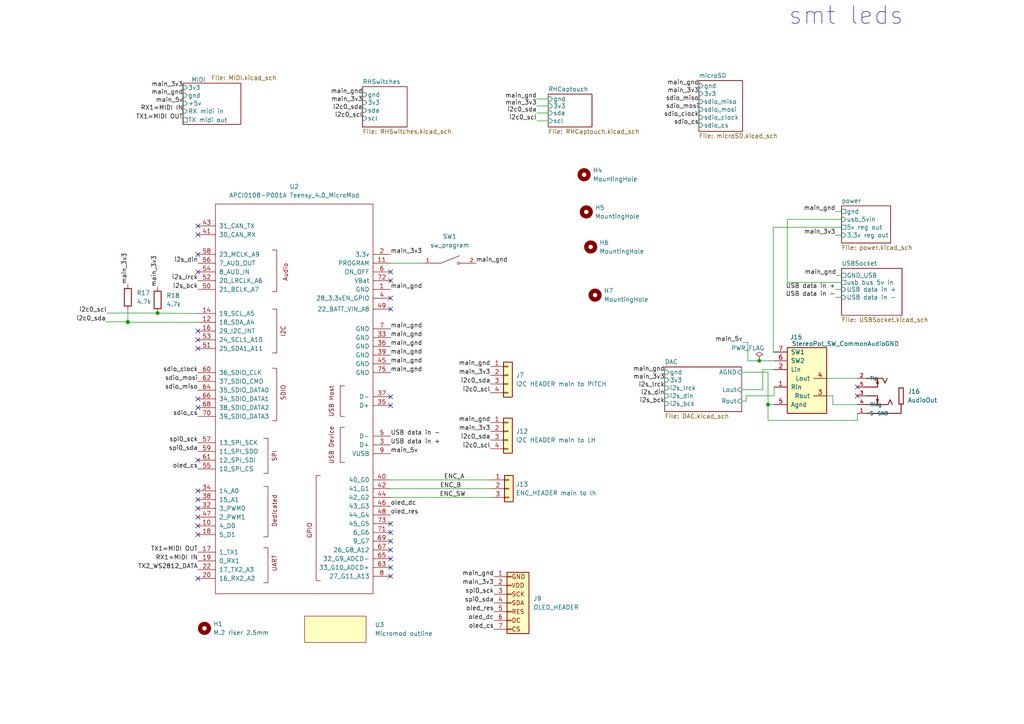
<source format=kicad_sch>
(kicad_sch (version 20211123) (generator eeschema)
  (paper "A4")
  (lib_symbols
    (symbol "Connector_Generic:Conn_01x01" (pin_names (offset 1.016) hide)
      (property "Reference" "J" (at 0 2.54 0))
      (property "Value" "Conn_01x01" (at 0 -2.54 0))
      (symbol "Conn_01x01_1_1"
        (rectangle (start -1.27 0.127) (end 0 -0.127) (stroke (width 0.1524)))
        (rectangle (start -1.27 1.27) (end 1.27 -1.27) (stroke (width 0.254)) (fill (type background)))
        (pin passive line (at -5.08 0 0) (length 3.81) (name "Pin_1") (number "1"))
      )
    )
    (symbol "Connector_Generic:Conn_01x03" (pin_names (offset 1.016) hide)
      (property "Reference" "J" (at 0 5.08 0))
      (property "Value" "Conn_01x03" (at 0 -5.08 0))
      (symbol "Conn_01x03_1_1"
        (rectangle (start -1.27 -2.413) (end 0 -2.667) (stroke (width 0.1524)))
        (rectangle (start -1.27 0.127) (end 0 -0.127) (stroke (width 0.1524)))
        (rectangle (start -1.27 2.667) (end 0 2.413) (stroke (width 0.1524)))
        (rectangle (start -1.27 3.81) (end 1.27 -3.81) (stroke (width 0.254)) (fill (type background)))
        (pin passive line (at -5.08 2.54 0) (length 3.81) (name "Pin_1") (number "1"))
        (pin passive line (at -5.08 0 0) (length 3.81) (name "Pin_2") (number "2"))
        (pin passive line (at -5.08 -2.54 0) (length 3.81) (name "Pin_3") (number "3"))
      )
    )
    (symbol "Connector_Generic:Conn_01x04" (pin_names (offset 1.016) hide)
      (property "Reference" "J" (at 0 5.08 0))
      (property "Value" "Conn_01x04" (at 0 -7.62 0))
      (symbol "Conn_01x04_1_1"
        (rectangle (start -1.27 -4.953) (end 0 -5.207) (stroke (width 0.1524)))
        (rectangle (start -1.27 -2.413) (end 0 -2.667) (stroke (width 0.1524)))
        (rectangle (start -1.27 0.127) (end 0 -0.127) (stroke (width 0.1524)))
        (rectangle (start -1.27 2.667) (end 0 2.413) (stroke (width 0.1524)))
        (rectangle (start -1.27 3.81) (end 1.27 -6.35) (stroke (width 0.254)) (fill (type background)))
        (pin passive line (at -5.08 2.54 0) (length 3.81) (name "Pin_1") (number "1"))
        (pin passive line (at -5.08 0 0) (length 3.81) (name "Pin_2") (number "2"))
        (pin passive line (at -5.08 -2.54 0) (length 3.81) (name "Pin_3") (number "3"))
        (pin passive line (at -5.08 -5.08 0) (length 3.81) (name "Pin_4") (number "4"))
      )
    )
    (symbol "Device:R" (pin_numbers hide) (pin_names (offset 0))
      (property "Reference" "R" (at 2.032 0 90))
      (property "Value" "R" (at 0 0 90))
      (symbol "R_0_1"
        (rectangle (start -1.016 -2.54) (end 1.016 2.54) (stroke (width 0.254)))
      )
      (symbol "R_1_1"
        (pin passive line (at 0 3.81 270) (length 1.27) (name "~") (number "1"))
        (pin passive line (at 0 -3.81 90) (length 1.27) (name "~") (number "2"))
      )
    )
    (symbol "LED:WS2812B" (pin_names (offset 0.254))
      (property "Reference" "D" (at 5.08 5.715 0))
      (property "Value" "WS2812B" (at 1.27 -5.715 0))
      (symbol "WS2812B_0_0"
        (text "RGB" (at 2.286 -4.191 0) (effects (font (size 0.762 0.762))))
      )
      (symbol "WS2812B_0_1"
        (polyline (pts (xy 1.27 -3.556) (xy 1.778 -3.556)))
        (polyline (pts (xy 1.27 -2.54) (xy 1.778 -2.54)))
        (polyline (pts (xy 4.699 -3.556) (xy 2.667 -3.556)))
        (polyline (pts (xy 2.286 -2.54) (xy 1.27 -3.556) (xy 1.27 -3.048)))
        (polyline (pts (xy 2.286 -1.524) (xy 1.27 -2.54) (xy 1.27 -2.032)))
        (polyline (pts (xy 3.683 -1.016) (xy 3.683 -3.556) (xy 3.683 -4.064)))
        (polyline (pts (xy 4.699 -1.524) (xy 2.667 -1.524) (xy 3.683 -3.556) (xy 4.699 -1.524)))
        (rectangle (start 5.08 5.08) (end -5.08 -5.08) (stroke (width 0.254)) (fill (type background)))
      )
      (symbol "WS2812B_1_1"
        (pin power_in line (at 0 7.62 270) (length 2.54) (name "VDD") (number "1"))
        (pin output line (at 7.62 0 180) (length 2.54) (name "DOUT") (number "2"))
        (pin power_in line (at 0 -7.62 90) (length 2.54) (name "VSS") (number "3"))
        (pin input line (at -7.62 0 0) (length 2.54) (name "DIN") (number "4"))
      )
    )
    (symbol "Mechanical:MountingHole" (pin_names (offset 1.016))
      (property "Reference" "H" (at 0 5.08 0))
      (property "Value" "MountingHole" (at 0 3.175 0))
      (symbol "MountingHole_0_1"
        (circle (center 0 0) (radius 1.27) (stroke (width 1.27)))
      )
    )
    (symbol "clarinoid2:Placeholder" (in_bom no)
      (property "Reference" "U" (at 0 0 0))
      (property "Value" "Placeholder" (at 0 -1.27 0))
      (symbol "Placeholder_0_1"
        (rectangle (start -8.89 2.54) (end 8.89 -5.08) (fill (type background)))
      )
    )
    (symbol "clarinoid2:SSD1306" (pin_names (offset 1.016) hide)
      (property "Reference" "J" (at 0 10.16 0))
      (property "Value" "SSD1306" (at 0 -10.16 0))
      (symbol "SSD1306_0_0"
        (text "CS" (at 0 -7.62 0) (effects (font (size 1.27 1.27)) (justify left)))
        (text "DC" (at 0 -5.08 0) (effects (font (size 1.27 1.27)) (justify left)))
        (text "GND" (at 0 7.62 0) (effects (font (size 1.27 1.27)) (justify left)))
        (text "RES" (at 0 -2.54 0) (effects (font (size 1.27 1.27)) (justify left)))
        (text "SCK" (at 0 2.54 0) (effects (font (size 1.27 1.27)) (justify left)))
        (text "SDA" (at 0 0 0) (effects (font (size 1.27 1.27)) (justify left)))
        (text "VDD" (at 0 5.08 0) (effects (font (size 1.27 1.27)) (justify left)))
      )
      (symbol "SSD1306_1_1"
        (rectangle (start -1.27 -7.493) (end 0 -7.747) (stroke (width 0.1524)))
        (rectangle (start -1.27 -4.953) (end 0 -5.207) (stroke (width 0.1524)))
        (rectangle (start -1.27 -2.413) (end 0 -2.667) (stroke (width 0.1524)))
        (rectangle (start -1.27 0.127) (end 0 -0.127) (stroke (width 0.1524)))
        (rectangle (start -1.27 2.667) (end 0 2.413) (stroke (width 0.1524)))
        (rectangle (start -1.27 5.207) (end 0 4.953) (stroke (width 0.1524)))
        (rectangle (start -1.27 7.747) (end 0 7.493) (stroke (width 0.1524)))
        (rectangle (start -1.27 8.89) (end 5.08 -8.89) (stroke (width 0.254)) (fill (type background)))
        (pin passive line (at -5.08 7.62 0) (length 3.81) (name "GND") (number "1"))
        (pin passive line (at -5.08 5.08 0) (length 3.81) (name "VDD") (number "2"))
        (pin passive line (at -5.08 2.54 0) (length 3.81) (name "SCK") (number "3"))
        (pin passive line (at -5.08 0 0) (length 3.81) (name "SDA") (number "4"))
        (pin passive line (at -5.08 -2.54 0) (length 3.81) (name "RES") (number "5"))
        (pin passive line (at -5.08 -5.08 0) (length 3.81) (name "DC") (number "6"))
        (pin passive line (at -5.08 -7.62 0) (length 3.81) (name "CS") (number "7"))
      )
    )
    (symbol "clarinoid2:StereoPot_SW_CommonAudioGND" (pin_names (offset 1.016))
      (property "Reference" "J" (at 0 10.16 0))
      (property "Value" "StereoPot_SW_CommonAudioGND" (at 2.54 -11.43 0))
      (symbol "StereoPot_SW_CommonAudioGND_1_1"
        (rectangle (start -1.27 8.89) (end 10.16 -10.16) (stroke (width 0.254)) (fill (type background)))
        (pin passive line (at -5.08 -2.54 0) (length 3.81) (name "Rin") (number "1"))
        (pin input line (at -5.08 2.54 0) (length 3.81) (name "Lin") (number "2"))
        (pin input line (at 10.16 -5.08 180) (length 3.81) (name "Rout") (number "3"))
        (pin output line (at 10.16 0 180) (length 3.81) (name "Lout") (number "4"))
        (pin output line (at -5.08 -7.62 0) (length 3.81) (name "Agnd") (number "5"))
        (pin passive line (at -5.08 5.08 0) (length 3.81) (name "SW2") (number "6"))
        (pin passive line (at -5.08 7.62 0) (length 3.81) (name "SW1") (number "7"))
      )
    )
    (symbol "clarinoid2:Switchcraft 35RAPC4BV4" (pin_names (offset 1.016))
      (property "Reference" "J" (at -5.08 7.62 0))
      (property "Value" "Switchcraft 35RAPC4BV4" (at -5.08 -7.62 0))
      (symbol "Switchcraft 35RAPC4BV4_0_0"
        (polyline (pts (xy -5.715 -2.286) (xy -5.715 2.413)) (stroke (width 0.254)))
        (polyline (pts (xy -5.715 2.413) (xy -5.08 2.413)) (stroke (width 0.254)))
        (polyline (pts (xy -5.08 2.413) (xy -4.445 2.413)) (stroke (width 0.254)))
        (polyline (pts (xy -5.08 5.08) (xy -5.08 2.413)) (stroke (width 0.254)))
        (polyline (pts (xy -4.445 -2.286) (xy -5.715 -2.286)) (stroke (width 0.254)))
        (polyline (pts (xy -4.445 2.413) (xy -4.445 -2.286)) (stroke (width 0.254)))
        (polyline (pts (xy -1.905 1.143) (xy -2.54 2.54)) (stroke (width 0.254)))
        (polyline (pts (xy -1.27 2.54) (xy -1.905 1.143)) (stroke (width 0.254)))
        (polyline (pts (xy -0.381 -3.683) (xy -1.016 -5.08)) (stroke (width 0.254)))
        (polyline (pts (xy 0.254 -5.08) (xy -0.381 -3.683)) (stroke (width 0.254)))
        (polyline (pts (xy 1.778 -2.54) (xy 1.778 -4.318)) (stroke (width 0.254)))
        (polyline (pts (xy 1.778 -2.54) (xy 5.08 -2.54)) (stroke (width 0.254)))
        (polyline (pts (xy 1.778 0) (xy 1.778 1.778)) (stroke (width 0.254)))
        (polyline (pts (xy 1.778 0) (xy 5.08 0)) (stroke (width 0.254)))
        (polyline (pts (xy 5.08 -5.08) (xy 0.254 -5.08)) (stroke (width 0.254)))
        (polyline (pts (xy 5.08 2.54) (xy -1.27 2.54)) (stroke (width 0.254)))
        (polyline (pts (xy 5.08 5.08) (xy -5.08 5.08)) (stroke (width 0.254)))
        (polyline (pts (xy 1.778 -4.826) (xy 1.524 -3.556) (xy 2.032 -3.556) (xy 1.778 -4.826)) (stroke (width 0.254)) (fill (type background)))
        (polyline (pts (xy 1.778 2.286) (xy 1.524 1.016) (xy 2.032 1.016) (xy 1.778 2.286)) (stroke (width 0.254)) (fill (type background)))
        (pin passive line (at 7.62 5.08 180) (length 2.54) (name "S-GND") (number "1"))
        (pin passive line (at 7.62 -5.08 180) (length 2.54) (name "Tip") (number "2"))
        (pin passive line (at 7.62 0 180) (length 2.54) (name "~") (number "3"))
        (pin passive line (at 7.62 2.54 180) (length 2.54) (name "Ring") (number "4"))
        (pin passive line (at 7.62 -2.54 180) (length 2.54) (name "~") (number "5"))
      )
    )
    (symbol "clarinoid2:Teensy_4.0_MicroMod" (pin_names (offset 1.016))
      (property "Reference" "U" (at 10.795 33.02 0))
      (property "Value" "Teensy_4.0_MicroMod" (at 11.43 29.21 0))
      (symbol "Teensy_4.0_MicroMod_0_0"
        (rectangle (start -22.86 37.465) (end 22.86 -75.565))
        (polyline (pts (xy -8.89 -62.23) (xy -7.62 -62.23) (xy -7.62 -72.39) (xy -8.89 -72.39)))
        (polyline (pts (xy -8.89 -44.45) (xy -7.62 -44.45) (xy -7.62 -59.055) (xy -8.89 -59.055)))
        (polyline (pts (xy -8.89 -30.48) (xy -7.62 -30.48) (xy -7.62 -40.64) (xy -8.89 -40.64)))
        (polyline (pts (xy -6.35 -10.16) (xy -5.08 -10.16) (xy -5.08 -25.4) (xy -6.35 -25.4)))
        (polyline (pts (xy -6.35 6.985) (xy -5.08 6.985) (xy -5.08 -5.715) (xy -6.35 -5.715)))
        (polyline (pts (xy -6.35 12.065) (xy -5.08 12.065) (xy -5.08 24.13) (xy -6.35 24.13)))
        (polyline (pts (xy 7.62 -41.275) (xy 6.35 -41.275) (xy 6.35 -71.755) (xy 7.62 -71.755)))
        (text "Audio" (at -2.54 17.78 900) (effects (font (size 1.27 1.27))))
        (text "Dedicated" (at -5.715 -51.435 900) (effects (font (size 1.27 1.27))))
        (text "GPIO" (at 4.445 -57.15 900) (effects (font (size 1.27 1.27))))
        (text "I2C" (at -3.175 0.635 900) (effects (font (size 1.27 1.27))))
        (text "SDIO" (at -3.175 -17.145 900) (effects (font (size 1.27 1.27))))
        (text "SPI" (at -5.715 -35.56 900) (effects (font (size 1.27 1.27))))
        (text "UART" (at -5.715 -66.675 900) (effects (font (size 1.27 1.27))))
        (text "USB Device" (at 10.795 -32.385 900) (effects (font (size 1.27 1.27))))
        (text "USB Host" (at 10.795 -19.685 900) (effects (font (size 1.27 1.27))))
        (pin input line (at 27.94 20.32 180) (length 5.08) (name "PROGRAM") (number "11"))
        (pin bidirectional line (at 27.94 -32.385 180) (length 5.08) (name "D+") (number "3"))
        (pin power_in line (at 27.94 -1.27 180) (length 5.08) (name "GND") (number "33"))
        (pin bidirectional line (at 27.94 -20.955 180) (length 5.08) (name "D+") (number "35"))
        (pin power_in line (at 27.94 -3.81 180) (length 5.08) (name "GND") (number "36"))
        (pin bidirectional line (at 27.94 -18.415 180) (length 5.08) (name "D-") (number "37"))
        (pin power_in line (at 27.94 -6.35 180) (length 5.08) (name "GND") (number "39"))
        (pin power_in line (at 27.94 -8.89 180) (length 5.08) (name "GND") (number "45"))
        (pin bidirectional line (at 27.94 -29.845 180) (length 5.08) (name "D-") (number "5"))
        (pin input line (at 27.94 17.78 180) (length 5.08) (name "ON_OFF") (number "6"))
        (pin power_in line (at 27.94 1.27 180) (length 5.08) (name "GND") (number "7"))
        (pin input line (at 27.94 15.24 180) (length 5.08) (name "VBat") (number "72"))
        (pin power_in line (at 27.94 -11.43 180) (length 5.08) (name "GND") (number "75"))
        (pin power_in line (at 27.94 -34.925 180) (length 5.08) (name "VUSB") (number "9"))
      )
      (symbol "Teensy_4.0_MicroMod_0_1"
        (polyline (pts (xy 14.605 -27.305) (xy 13.335 -27.305) (xy 13.335 -37.465) (xy 14.605 -37.465)))
        (polyline (pts (xy 14.605 -15.24) (xy 13.335 -15.24) (xy 13.335 -24.13) (xy 14.605 -24.13)))
      )
      (symbol "Teensy_4.0_MicroMod_1_1"
        (pin input line (at 27.94 12.7 180) (length 5.08) (name "GND") (number "1"))
        (pin input line (at -27.94 -55.88 0) (length 5.08) (name "4_D0") (number "10"))
        (pin input line (at -27.94 3.175 0) (length 5.08) (name "18_SDA_A4") (number "12"))
        (pin input line (at -27.94 5.715 0) (length 5.08) (name "19_SCL_A5") (number "14"))
        (pin input line (at -27.94 0.635 0) (length 5.08) (name "29_I2C_INT") (number "16"))
        (pin output line (at -27.94 -63.5 0) (length 5.08) (name "1_TX1") (number "17"))
        (pin input line (at -27.94 -58.42 0) (length 5.08) (name "5_D1") (number "18"))
        (pin input line (at -27.94 -66.04 0) (length 5.08) (name "0_RX1") (number "19"))
        (pin input line (at 27.94 22.86 180) (length 5.08) (name "3.3v") (number "2"))
        (pin input line (at -27.94 -71.12 0) (length 5.08) (name "16_RX2_A2") (number "20"))
        (pin output line (at -27.94 -68.58 0) (length 5.08) (name "17_TX2_A3") (number "22"))
        (pin input line (at -27.94 -50.8 0) (length 5.08) (name "3_PWM0") (number "32"))
        (pin input line (at -27.94 -45.72 0) (length 5.08) (name "14_A0") (number "34"))
        (pin input line (at -27.94 -48.26 0) (length 5.08) (name "15_A1") (number "38"))
        (pin input line (at 27.94 10.16 180) (length 5.08) (name "28_3.3vEN_GPIO") (number "4"))
        (pin input line (at 27.94 -42.545 180) (length 5.08) (name "40_G0") (number "40"))
        (pin input line (at -27.94 28.575 0) (length 5.08) (name "30_CAN_RX") (number "41"))
        (pin input line (at 27.94 -45.085 180) (length 5.08) (name "41_G1") (number "42"))
        (pin input line (at -27.94 31.115 0) (length 5.08) (name "31_CAN_TX") (number "43"))
        (pin input line (at 27.94 -47.625 180) (length 5.08) (name "42_G2") (number "44"))
        (pin input line (at 27.94 -50.165 180) (length 5.08) (name "43_G3") (number "46"))
        (pin input line (at -27.94 -53.34 0) (length 5.08) (name "2_PWM1") (number "47"))
        (pin input line (at 27.94 -52.705 180) (length 5.08) (name "44_G4") (number "48"))
        (pin input line (at 27.94 6.985 180) (length 5.08) (name "22_BATT_VIN_A8") (number "49"))
        (pin input line (at -27.94 12.7 0) (length 5.08) (name "21_BCLK_A7") (number "50"))
        (pin input line (at -27.94 -4.445 0) (length 5.08) (name "25_SDA1_A11") (number "51"))
        (pin input line (at -27.94 15.24 0) (length 5.08) (name "20_LRCLK_A6") (number "52"))
        (pin input line (at -27.94 -1.905 0) (length 5.08) (name "24_SCL1_A10") (number "53"))
        (pin input line (at -27.94 17.78 0) (length 5.08) (name "8_AUD_IN") (number "54"))
        (pin input line (at -27.94 -39.37 0) (length 5.08) (name "10_SPI_CS") (number "55"))
        (pin input line (at -27.94 20.32 0) (length 5.08) (name "7_AUD_OUT") (number "56"))
        (pin input line (at -27.94 -31.75 0) (length 5.08) (name "13_SPI_SCK") (number "57"))
        (pin input line (at -27.94 22.86 0) (length 5.08) (name "23_MCLK_A9") (number "58"))
        (pin input line (at -27.94 -34.29 0) (length 5.08) (name "11_SPI_SDO") (number "59"))
        (pin input line (at -27.94 -11.43 0) (length 5.08) (name "36_SDIO_CLK") (number "60"))
        (pin input line (at -27.94 -36.83 0) (length 5.08) (name "12_SPI_SDI") (number "61"))
        (pin input line (at -27.94 -13.97 0) (length 5.08) (name "37_SDIO_CMD") (number "62"))
        (pin input line (at 27.94 -67.945 180) (length 5.08) (name "33_G10_ADCD+") (number "63"))
        (pin input line (at -27.94 -16.51 0) (length 5.08) (name "35_SDIO_DATA0") (number "64"))
        (pin input line (at 27.94 -65.405 180) (length 5.08) (name "32_G9_ADCD-") (number "65"))
        (pin input line (at -27.94 -19.05 0) (length 5.08) (name "34_SDIO_DATA1") (number "66"))
        (pin input line (at 27.94 -62.865 180) (length 5.08) (name "26_G8_A12") (number "67"))
        (pin input line (at -27.94 -21.59 0) (length 5.08) (name "38_SDIO_DATA2") (number "68"))
        (pin input line (at 27.94 -60.325 180) (length 5.08) (name "9_G7") (number "69"))
        (pin input line (at -27.94 -24.13 0) (length 5.08) (name "39_SDIO_DATA3") (number "70"))
        (pin input line (at 27.94 -57.785 180) (length 5.08) (name "6_G6") (number "71"))
        (pin input line (at 27.94 -55.245 180) (length 5.08) (name "45_G5") (number "73"))
        (pin input line (at 27.94 -70.485 180) (length 5.08) (name "27_G11_A13") (number "8"))
      )
    )
    (symbol "clarinoid2:XKB tactile switch jlcpcb TS-1187A-B-A-B" (pin_names (offset 1.016) hide)
      (property "Reference" "S" (at -2.54 2.54 0))
      (property "Value" "XKB tactile switch jlcpcb TS-1187A-B-A-B" (at -2.54 -2.54 0))
      (symbol "XKB tactile switch jlcpcb TS-1187A-B-A-B_0_0"
        (polyline (pts (xy -2.54 0) (xy -5.08 0)) (stroke (width 0.1524)))
        (polyline (pts (xy -2.54 0) (xy 2.794 2.1336)) (stroke (width 0.1524)))
        (polyline (pts (xy 5.08 0) (xy 2.921 0)) (stroke (width 0.1524)))
        (circle (center 2.54 0) (radius 0.3302) (stroke (width 0.1524)))
        (pin passive line (at -7.62 0 0) (length 2.54) (name "~") (number "1"))
        (pin passive line (at 7.62 0 180) (length 2.54) (name "~") (number "2"))
      )
    )
    (symbol "power:PWR_FLAG" (power) (pin_numbers hide) (pin_names (offset 0) hide)
      (property "Value" "PWR_FLAG" (at 0 3.81 0))
      (symbol "PWR_FLAG_0_0"
        (pin power_out line (at 0 0 90) (length 0) (name "pwr") (number "1"))
      )
      (symbol "PWR_FLAG_0_1"
        (polyline (pts (xy 0 0) (xy 0 1.27) (xy -1.016 1.905) (xy 0 2.54) (xy 1.016 1.905) (xy 0 1.27)))
      )
    )
  )
  (junction (at 45.72 90.805))
  (junction (at 69.596 239.014))
  (junction (at 220.218 104.648))
  (junction (at 181.61 228.6))
  (junction (at 84.836 239.014))
  (junction (at 222.758 117.348))
  (junction (at 151.13 228.6))
  (junction (at 181.61 243.84))
  (junction (at 69.596 223.774))
  (junction (at 166.37 228.6))
  (junction (at 84.836 223.774))
  (junction (at 37.084 93.472))
  (junction (at 151.13 243.84))
  (junction (at 100.076 239.014))
  (junction (at 166.37 243.84))
  (junction (at 37.084 93.345))
  (junction (at 100.076 223.774))
  (no_connect (at 57.404 167.767))
  (no_connect (at 113.284 86.487))
  (no_connect (at 113.284 117.602))
  (no_connect (at 57.404 96.012))
  (no_connect (at 248.666 114.808))
  (no_connect (at 248.666 112.268))
  (no_connect (at 113.284 81.407))
  (no_connect (at 113.284 115.062))
  (no_connect (at 57.404 73.787))
  (no_connect (at 57.404 118.237))
  (no_connect (at 57.404 68.072))
  (no_connect (at 57.404 101.092))
  (no_connect (at 57.404 98.552))
  (no_connect (at 113.284 89.662))
  (no_connect (at 113.284 78.867))
  (no_connect (at 57.404 78.867))
  (no_connect (at 57.404 65.532))
  (no_connect (at 113.284 167.132))
  (no_connect (at 57.404 142.367))
  (no_connect (at 57.404 155.067))
  (no_connect (at 57.404 147.447))
  (no_connect (at 57.404 149.987))
  (no_connect (at 57.404 144.907))
  (no_connect (at 57.404 152.527))
  (no_connect (at 113.284 151.892))
  (no_connect (at 113.284 164.592))
  (no_connect (at 113.284 162.052))
  (no_connect (at 113.284 154.432))
  (no_connect (at 113.284 159.512))
  (no_connect (at 113.284 156.972))
  (no_connect (at 57.404 115.697))
  (no_connect (at 57.404 133.477))
  (wire (pts (xy 216.408 114.808) (xy 216.408 116.332)))
  (wire (pts (xy 181.61 243.84) (xy 196.85 243.84)))
  (wire (pts (xy 239.776 109.728) (xy 248.666 109.728)))
  (wire (pts (xy 100.076 223.774) (xy 115.316 223.774)))
  (wire (pts (xy 155.702 28.702) (xy 159.004 28.702)))
  (wire (pts (xy 224.536 117.348) (xy 222.758 117.348)))
  (wire (pts (xy 242.316 61.341) (xy 244.094 61.341)))
  (wire (pts (xy 224.282 102.235) (xy 224.536 102.108)))
  (wire (pts (xy 45.72 90.805) (xy 57.404 90.932)))
  (wire (pts (xy 215.138 113.03) (xy 221.234 113.03)))
  (wire (pts (xy 220.218 104.648) (xy 216.916 104.648)))
  (wire (pts (xy 242.316 86.233) (xy 244.094 86.233)))
  (wire (pts (xy 43.18 231.394) (xy 46.736 231.394)))
  (wire (pts (xy 216.916 99.314) (xy 215.392 99.314)))
  (wire (pts (xy 248.666 121.92) (xy 248.666 119.888)))
  (wire (pts (xy 37.084 93.472) (xy 37.084 93.345)))
  (wire (pts (xy 221.234 107.188) (xy 224.536 107.188)))
  (wire (pts (xy 155.702 30.734) (xy 159.004 30.734)))
  (wire (pts (xy 30.734 93.345) (xy 37.084 93.345)))
  (wire (pts (xy 220.218 104.648) (xy 224.536 104.648)))
  (wire (pts (xy 113.284 76.327) (xy 122.809 76.327)))
  (wire (pts (xy 135.89 228.6) (xy 151.13 228.6)))
  (wire (pts (xy 142.494 144.272) (xy 113.284 144.272)))
  (wire (pts (xy 155.702 35.052) (xy 159.004 35.052)))
  (wire (pts (xy 222.758 107.95) (xy 222.758 117.348)))
  (wire (pts (xy 248.666 117.348) (xy 241.554 117.348)))
  (wire (pts (xy 224.536 112.268) (xy 224.536 114.808)))
  (wire (pts (xy 54.356 223.774) (xy 69.596 223.774)))
  (wire (pts (xy 215.138 107.95) (xy 222.758 107.95)))
  (wire (pts (xy 224.282 65.913) (xy 224.282 102.235)))
  (wire (pts (xy 166.37 228.6) (xy 181.61 228.6)))
  (wire (pts (xy 69.596 223.774) (xy 84.836 223.774)))
  (wire (pts (xy 57.404 93.472) (xy 37.084 93.472)))
  (wire (pts (xy 142.494 139.192) (xy 113.284 139.192)))
  (wire (pts (xy 37.084 90.043) (xy 37.084 93.345)))
  (wire (pts (xy 222.758 121.92) (xy 248.666 121.92)))
  (wire (pts (xy 135.89 243.84) (xy 151.13 243.84)))
  (wire (pts (xy 216.916 104.648) (xy 216.916 99.314)))
  (wire (pts (xy 151.13 228.6) (xy 166.37 228.6)))
  (wire (pts (xy 54.356 239.014) (xy 69.596 239.014)))
  (wire (pts (xy 216.916 236.22) (xy 204.47 236.22)))
  (wire (pts (xy 222.758 117.348) (xy 222.758 121.92)))
  (wire (pts (xy 84.836 239.014) (xy 100.076 239.014)))
  (wire (pts (xy 242.57 79.883) (xy 244.094 79.883)))
  (wire (pts (xy 128.27 236.22) (xy 122.936 231.394)))
  (wire (pts (xy 69.596 239.014) (xy 84.836 239.014)))
  (wire (pts (xy 228.346 63.627) (xy 228.346 81.915)))
  (wire (pts (xy 241.554 117.348) (xy 241.554 114.808)))
  (wire (pts (xy 181.61 228.6) (xy 196.85 228.6)))
  (wire (pts (xy 224.536 114.808) (xy 216.408 114.808)))
  (wire (pts (xy 216.408 116.332) (xy 215.138 116.332)))
  (wire (pts (xy 221.234 113.03) (xy 221.234 107.188)))
  (wire (pts (xy 242.316 68.199) (xy 244.094 68.199)))
  (wire (pts (xy 100.076 239.014) (xy 115.316 239.014)))
  (wire (pts (xy 142.494 141.732) (xy 113.284 141.732)))
  (wire (pts (xy 84.836 223.774) (xy 100.076 223.774)))
  (wire (pts (xy 155.702 32.766) (xy 159.004 32.766)))
  (wire (pts (xy 151.13 243.84) (xy 166.37 243.84)))
  (wire (pts (xy 241.554 114.808) (xy 239.776 114.808)))
  (wire (pts (xy 244.094 65.913) (xy 224.282 65.913)))
  (wire (pts (xy 228.346 81.915) (xy 244.094 81.915)))
  (wire (pts (xy 166.37 243.84) (xy 181.61 243.84)))
  (wire (pts (xy 244.094 63.627) (xy 228.346 63.627)))
  (wire (pts (xy 30.988 90.805) (xy 45.72 90.805)))
  (wire (pts (xy 242.316 83.947) (xy 244.094 83.947)))
  (text "smt leds" (at 228.6 7.62 0) (effects (font (size 5.08 5.08)) (justify left bottom)))
  (label "i2c0_sda" (at 30.734 93.345 180))
  (label "spi0_sda" (at 57.404 130.937 180))
  (label "main_gnd" (at 113.284 108.077 0))
  (label "i2s_din" (at 192.786 114.808 180))
  (label "main_gnd" (at 53.086 27.686 180))
  (label "spi0_sck" (at 57.404 128.397 180))
  (label "main_gnd" (at 113.284 95.377 0))
  (label "RX1=MIDI IN" (at 53.086 32.258 180))
  (label "TX1=MIDI OUT" (at 53.086 34.798 180))
  (label "i2c0_sda" (at 142.24 111.379 180))
  (label "main_gnd" (at 142.24 106.299 180))
  (label "sdio_clock" (at 57.404 108.077 180))
  (label "main_gnd" (at 113.284 102.997 0))
  (label "i2c0_scl" (at 142.24 130.175 180))
  (label "oled_dc" (at 143.256 179.959 180))
  (label "sdio_cs" (at 202.692 36.322 180))
  (label "main_3v3" (at 143.256 169.799 180))
  (label "i2c0_scl" (at 155.702 35.052 180))
  (label "main_gnd" (at 202.692 24.892 180))
  (label "oled_cs" (at 143.256 182.499 180))
  (label "i2s_bck" (at 192.786 117.094 180))
  (label "USB data in -" (at 113.284 126.492 0))
  (label "main_3v3" (at 242.316 68.199 180))
  (label "main_3v3" (at 113.284 73.787 0))
  (label "main_3v3" (at 45.72 83.185 90))
  (label "TX1=MIDI OUT" (at 57.404 160.147 180))
  (label "ENC_B" (at 127.6189 141.732 0))
  (label "i2s_bck" (at 57.404 83.947 180))
  (label "main_3v3" (at 142.24 125.095 180))
  (label "main_gnd" (at 138.049 76.327 0))
  (label "USB data in +" (at 242.316 83.947 180))
  (label "main_gnd" (at 113.284 100.457 0))
  (label "main_3v3" (at 142.24 108.839 180))
  (label "oled_cs" (at 57.404 136.017 180))
  (label "i2s_lrck" (at 192.786 112.522 180))
  (label "main_3v3" (at 135.89 228.6 90))
  (label "main_gnd" (at 135.89 243.84 270))
  (label "main_5v" (at 215.392 99.314 180))
  (label "i2c0_scl" (at 30.988 90.805 180))
  (label "oled_dc" (at 113.284 146.812 0))
  (label "main_gnd" (at 143.256 167.259 180))
  (label "main_gnd" (at 192.786 107.95 180))
  (label "i2s_lrck" (at 57.404 81.407 180))
  (label "i2c0_scl" (at 142.24 113.919 180))
  (label "sdio_miso" (at 202.692 29.464 180))
  (label "i2c0_sda" (at 105.156 32.004 180))
  (label "main_gnd" (at 54.356 239.014 270))
  (label "main_3v3" (at 37.084 82.423 90))
  (label "main_gnd" (at 113.284 97.917 0))
  (label "main_gnd" (at 242.57 79.883 180))
  (label "main_3v3" (at 192.786 110.236 180))
  (label "oled_res" (at 143.256 177.419 180))
  (label "main_gnd" (at 155.702 28.702 180))
  (label "sdio_mosi" (at 57.404 110.617 180))
  (label "main_gnd" (at 113.284 105.537 0))
  (label "USB data in -" (at 242.316 86.233 180))
  (label "main_3v3" (at 53.086 25.4 180))
  (label "oled_res" (at 113.284 149.352 0))
  (label "main_gnd" (at 242.316 61.341 180))
  (label "sdio_clock" (at 202.692 34.036 180))
  (label "main_3v3" (at 155.702 30.734 180))
  (label "main_gnd" (at 113.284 83.947 0))
  (label "i2c0_scl" (at 105.156 34.29 180))
  (label "main_3v3" (at 105.156 29.718 180))
  (label "RX1=MIDI IN" (at 57.404 162.687 180))
  (label "i2c0_sda" (at 155.702 32.766 180))
  (label "ENC_A" (at 128.7493 139.192 0))
  (label "sdio_mosi" (at 202.692 31.75 180))
  (label "ENC_SW" (at 127.508 144.272 0))
  (label "main_gnd" (at 105.156 27.432 180))
  (label "USB data in +" (at 113.284 129.032 0))
  (label "main_gnd" (at 142.24 122.555 180))
  (label "main_3v3" (at 202.692 27.178 180))
  (label "TX2_WS2812_DATA" (at 43.18 231.394 180))
  (label "sdio_miso" (at 57.404 113.157 180))
  (label "main_5v" (at 113.284 131.572 0))
  (label "TX2_WS2812_DATA" (at 57.404 165.227 180))
  (label "sdio_cs" (at 57.404 120.777 180))
  (label "main_3v3" (at 54.356 223.774 90))
  (label "main_5v" (at 53.086 29.972 180))
  (label "i2c0_sda" (at 142.24 127.635 180))
  (label "i2s_din" (at 57.404 76.327 180))
  (label "spi0_sda" (at 143.256 174.879 180))
  (label "spi0_sck" (at 143.256 172.339 180))
  (symbol (lib_id "Mechanical:MountingHole") (at 170.053 61.468 0) (unit 1) (in_bom no)
    (property "Reference" "H5" (at 172.593 60.1979 0) (effects (justify left)))
    (property "Value" "MountingHole" (at 172.593 62.7379 0) (effects (justify left)))
    (property "Footprint" "clarinoid2:Wurth Elektronik Reverse SMD Spacer M3" (effects hide))
    (property "MANUFACTURER" "Wurth" (effects hide))
    (property "LCSC part number" "-" (effects hide))
    (property "verif" "1" (effects hide))
  )
  (symbol (lib_id "LED:WS2812B") (at 115.316 231.394 0) (unit 1)
    (property "Reference" "D10" (at 115.316 220.726 0))
    (property "Value" "WS2812B" (at 113.03 220.98 0))
    (property "Footprint" "LED_SMD:LED_WS2812B_PLCC4_5.0x5.0mm_P3.2mm" (effects hide))
    (property "Datasheet" "https://cdn-shop.adafruit.com/datasheets/WS2812B.pdf" (effects hide))
  )
  (symbol (lib_id "LED:WS2812B") (at 69.596 231.394 0) (unit 1)
    (property "Reference" "D7" (at 80.772 227.0633 0))
    (property "Value" "WS2812B" (at 80.772 229.6033 0))
    (property "Footprint" "LED_SMD:LED_WS2812B_PLCC4_5.0x5.0mm_P3.2mm" (effects hide))
    (property "Datasheet" "https://cdn-shop.adafruit.com/datasheets/WS2812B.pdf" (effects hide))
  )
  (symbol (lib_id "clarinoid2:XKB tactile switch jlcpcb TS-1187A-B-A-B") (at 130.429 76.327 0) (unit 1)
    (property "Reference" "SW1" (at 130.429 68.58 0))
    (property "Value" "sw_program" (at 130.429 71.12 0))
    (property "LCSC part number" "C318884" (effects hide))
    (property "STANDARD" "Manufacturer Recommendations" (effects hide))
    (property "MANUFACTURER" "XKB Industrial Precision" (effects hide))
    (property "MAXIMUM_PACKAGE_HEIGHT" "1.5mm" (effects hide))
    (property "PARTREV" "A0" (effects hide))
    (property "verif" "1" (effects hide))
  )
  (symbol (lib_id "clarinoid2:Teensy_4.0_MicroMod") (at 85.344 96.647 0) (unit 1)
    (property "Reference" "U2" (at 85.344 54.102 0))
    (property "Value" "APCI0108-P001A Teensy_4.0_MicroMod" (at 85.344 56.642 0))
    (property "Footprint" "SamacSys_Parts:21992304" (effects hide))
    (property "LCSC part number" "C841659" (effects hide))
    (property "verif" "1" (effects hide))
  )
  (symbol (lib_id "clarinoid2:Switchcraft 35RAPC4BV4") (at 256.286 114.808 180) (unit 1) (in_bom no)
    (property "Reference" "J16" (at 263.271 113.5379 0) (effects (justify right)))
    (property "Value" "AudioOut" (at 263.271 116.0779 0) (effects (justify right)))
    (property "Footprint" "clarinoid2:SWITCHCRAFT_35RAPC4BV4" (effects hide))
    (property "STANDARD" "Manufacturer Recommendations" (effects hide))
    (property "PARTREV" "G" (effects hide))
    (property "MAXIMUM_PACKAGE_HIEGHT" "12.573mm" (effects hide))
    (property "MANUFACTURER" "Switchcraft Inc." (effects hide))
    (property "LCSC part number" "-" (effects hide))
    (property "verif" "1" (effects hide))
  )
  (symbol (lib_id "Device:R") (at 45.72 86.995 180) (unit 1)
    (property "Reference" "R18" (at 48.26 85.7249 0) (effects (justify right)))
    (property "Value" "4.7k" (at 48.26 88.2649 0) (effects (justify right)))
    (property "Footprint" "Resistor_SMD:R_0402_1005Metric" (effects hide))
    (property "LCSC part number" "C25900" (effects hide))
    (property "verif" "1" (effects hide))
  )
  (symbol (lib_id "clarinoid2:SSD1306") (at 148.336 174.879 0) (unit 1)
    (property "Reference" "J9" (at 154.686 173.6089 0) (effects (justify left)))
    (property "Value" "OLED_HEADER" (at 154.686 176.1489 0) (effects (justify left)))
    (property "Footprint" "Connector_PinHeader_2.00mm:PinHeader_1x07_P2.00mm_Vertical" (effects hide))
    (property "LCSC part number" "C358721" (effects hide))
    (property "verif" "1" (effects hide))
  )
  (symbol (lib_id "LED:WS2812B") (at 84.836 231.394 0) (unit 1)
    (property "Reference" "D8" (at 96.012 227.0633 0))
    (property "Value" "WS2812B" (at 96.012 229.6033 0))
    (property "Footprint" "LED_SMD:LED_WS2812B_PLCC4_5.0x5.0mm_P3.2mm" (effects hide))
    (property "Datasheet" "https://cdn-shop.adafruit.com/datasheets/WS2812B.pdf" (effects hide))
  )
  (symbol (lib_id "LED:WS2812B") (at 151.13 236.22 0) (unit 1)
    (property "Reference" "D12" (at 162.306 231.8893 0))
    (property "Value" "WS2812B" (at 162.306 234.4293 0))
    (property "Footprint" "LED_SMD:LED_WS2812B_PLCC4_5.0x5.0mm_P3.2mm" (effects hide))
    (property "Datasheet" "https://cdn-shop.adafruit.com/datasheets/WS2812B.pdf" (effects hide))
  )
  (symbol (lib_id "LED:WS2812B") (at 54.356 231.394 0) (unit 1)
    (property "Reference" "D6" (at 65.532 227.0633 0))
    (property "Value" "WS2812B" (at 65.532 229.6033 0))
    (property "Footprint" "LED_SMD:LED_WS2812B_PLCC4_5.0x5.0mm_P3.2mm" (effects hide))
    (property "Datasheet" "https://cdn-shop.adafruit.com/datasheets/WS2812B.pdf" (effects hide))
  )
  (symbol (lib_id "Mechanical:MountingHole") (at 169.418 50.673 0) (unit 1) (in_bom no)
    (property "Reference" "H4" (at 171.958 49.4029 0) (effects (justify left)))
    (property "Value" "MountingHole" (at 171.958 51.9429 0) (effects (justify left)))
    (property "Footprint" "clarinoid2:Wurth Elektronik Reverse SMD Spacer M3" (effects hide))
    (property "MANUFACTURER" "Wurth" (effects hide))
    (property "LCSC part number" "-" (effects hide))
    (property "verif" "1" (effects hide))
  )
  (symbol (lib_id "Connector_Generic:Conn_01x04") (at 147.32 125.095 0) (unit 1)
    (property "Reference" "J12" (at 149.606 125.0949 0) (effects (justify left)))
    (property "Value" "I2C HEADER main to LH" (at 149.606 127.6349 0) (effects (justify left)))
    (property "Footprint" "Connector_PinHeader_2.00mm:PinHeader_1x04_P2.00mm_Vertical" (effects hide))
  )
  (symbol (lib_id "clarinoid2:StereoPot_SW_CommonAudioGND") (at 229.616 109.728 0) (unit 1)
    (property "Reference" "J15" (at 229.108 97.79 0) (effects (justify left)))
    (property "Value" "StereoPot_SW_CommonAudioGND" (at 229.616 99.695 0) (effects (justify left)))
    (property "Footprint" "clarinoid2:Bourns_POT_PTR902-2020K-A103 Panel interconnect" (effects hide))
  )
  (symbol (lib_id "Mechanical:MountingHole") (at 59.309 182.245 0) (unit 1)
    (property "Reference" "H1" (at 61.849 180.9749 0) (effects (justify left)))
    (property "Value" "M.2 riser 2.5mm" (at 61.849 183.5149 0) (effects (justify left)))
    (property "Footprint" "clarinoid2:Sinhoo SMTSO2530CTJ" (effects hide))
    (property "LCSC part number" "C2915630" (effects hide))
    (property "verif" "1" (effects hide))
  )
  (symbol (lib_id "power:PWR_FLAG") (at 220.218 104.648 0) (unit 1)
    (property "Reference" "#FLG07" (effects hide))
    (property "Value" "PWR_FLAG" (at 216.916 100.965 0))
  )
  (symbol (lib_id "Connector_Generic:Conn_01x04") (at 147.32 108.839 0) (unit 1)
    (property "Reference" "J7" (at 149.606 108.8389 0) (effects (justify left)))
    (property "Value" "I2C HEADER main to PITCH" (at 149.606 111.3789 0) (effects (justify left)))
    (property "Footprint" "Connector_PinHeader_2.00mm:PinHeader_1x04_P2.00mm_Vertical" (effects hide))
  )
  (symbol (lib_id "Device:R") (at 37.084 86.233 180) (unit 1)
    (property "Reference" "R17" (at 39.624 84.9629 0) (effects (justify right)))
    (property "Value" "4.7k" (at 39.624 87.5029 0) (effects (justify right)))
    (property "Footprint" "Resistor_SMD:R_0402_1005Metric" (effects hide))
    (property "LCSC part number" "C25900" (effects hide))
    (property "verif" "1" (effects hide))
  )
  (symbol (lib_id "LED:WS2812B") (at 166.37 236.22 0) (unit 1)
    (property "Reference" "D13" (at 177.546 231.8893 0))
    (property "Value" "WS2812B" (at 177.546 234.4293 0))
    (property "Footprint" "LED_SMD:LED_WS2812B_PLCC4_5.0x5.0mm_P3.2mm" (effects hide))
    (property "Datasheet" "https://cdn-shop.adafruit.com/datasheets/WS2812B.pdf" (effects hide))
  )
  (symbol (lib_id "Mechanical:MountingHole") (at 171.323 71.628 0) (unit 1) (in_bom no)
    (property "Reference" "H6" (at 173.863 70.3579 0) (effects (justify left)))
    (property "Value" "MountingHole" (at 173.863 72.8979 0) (effects (justify left)))
    (property "Footprint" "clarinoid2:Wurth Elektronik Reverse SMD Spacer M3" (effects hide))
    (property "MANUFACTURER" "Wurth" (effects hide))
    (property "LCSC part number" "-" (effects hide))
    (property "verif" "1" (effects hide))
  )
  (symbol (lib_id "LED:WS2812B") (at 100.076 231.394 0) (unit 1)
    (property "Reference" "D9" (at 111.252 227.0633 0))
    (property "Value" "WS2812B" (at 111.252 229.6033 0))
    (property "Footprint" "LED_SMD:LED_WS2812B_PLCC4_5.0x5.0mm_P3.2mm" (effects hide))
    (property "Datasheet" "https://cdn-shop.adafruit.com/datasheets/WS2812B.pdf" (effects hide))
  )
  (symbol (lib_id "Connector_Generic:Conn_01x01") (at 221.996 236.22 0) (unit 1)
    (property "Reference" "J19" (at 224.282 234.9499 0) (effects (justify left)))
    (property "Value" "header_ws2812 main to LH" (at 224.282 237.4899 0) (effects (justify left)))
    (property "Footprint" "Connector_PinHeader_2.00mm:PinHeader_1x01_P2.00mm_Vertical" (effects hide))
  )
  (symbol (lib_id "clarinoid2:Placeholder") (at 97.282 181.229 0) (unit 1) (in_bom no)
    (property "Reference" "U3" (at 108.712 181.2289 0) (effects (justify left)))
    (property "Value" "Micromod outline" (at 108.712 183.7689 0) (effects (justify left)))
    (property "Footprint" "clarinoid2:Teensy_4.0_MicroMod outline fab" (effects hide))
    (property "LCSC part number" "-" (effects hide))
    (property "verif" "1" (effects hide))
  )
  (symbol (lib_id "Connector_Generic:Conn_01x03") (at 147.574 141.732 0) (unit 1)
    (property "Reference" "J13" (at 149.606 140.4619 0) (effects (justify left)))
    (property "Value" "ENC_HEADER main to lh" (at 149.606 143.0019 0) (effects (justify left)))
    (property "Footprint" "Connector_PinHeader_2.00mm:PinHeader_1x03_P2.00mm_Vertical" (effects hide))
  )
  (symbol (lib_id "LED:WS2812B") (at 196.85 236.22 0) (unit 1)
    (property "Reference" "D15" (at 208.026 231.8893 0))
    (property "Value" "WS2812B" (at 208.026 234.4293 0))
    (property "Footprint" "LED_SMD:LED_WS2812B_PLCC4_5.0x5.0mm_P3.2mm" (effects hide))
    (property "Datasheet" "https://cdn-shop.adafruit.com/datasheets/WS2812B.pdf" (effects hide))
  )
  (symbol (lib_id "LED:WS2812B") (at 181.61 236.22 0) (unit 1)
    (property "Reference" "D14" (at 192.786 231.8893 0))
    (property "Value" "WS2812B" (at 192.786 234.4293 0))
    (property "Footprint" "LED_SMD:LED_WS2812B_PLCC4_5.0x5.0mm_P3.2mm" (effects hide))
    (property "Datasheet" "https://cdn-shop.adafruit.com/datasheets/WS2812B.pdf" (effects hide))
  )
  (symbol (lib_id "Mechanical:MountingHole") (at 172.593 85.598 0) (unit 1) (in_bom no)
    (property "Reference" "H7" (at 175.133 84.3279 0) (effects (justify left)))
    (property "Value" "MountingHole" (at 175.133 86.8679 0) (effects (justify left)))
    (property "Footprint" "clarinoid2:Wurth Elektronik Reverse SMD Spacer M3" (effects hide))
    (property "MANUFACTURER" "Wurth" (effects hide))
    (property "LCSC part number" "-" (effects hide))
    (property "verif" "1" (effects hide))
  )
  (symbol (lib_id "LED:WS2812B") (at 135.89 236.22 0) (unit 1)
    (property "Reference" "D11" (at 147.066 231.8893 0))
    (property "Value" "WS2812B" (at 147.066 234.4293 0))
    (property "Footprint" "LED_SMD:LED_WS2812B_PLCC4_5.0x5.0mm_P3.2mm" (effects hide))
    (property "Datasheet" "https://cdn-shop.adafruit.com/datasheets/WS2812B.pdf" (effects hide))
  )
  (sheet (at 105.156 25.146) (size 12.954 11.684) (stroke (width 0.1524))
    (property "Sheet name" "RHSwitches" (at 105.156 24.4344 0) (effects (justify left bottom)))
    (property "Sheet file" "RHSwitches.kicad_sch" (at 105.156 37.4146 0) (effects (justify left top)))
    (pin "gnd" input (at 105.156 27.432 180))
    (pin "3v3" input (at 105.156 29.718 180))
    (pin "sda" input (at 105.156 32.004 180))
    (pin "scl" input (at 105.156 34.29 180))
  )
  (sheet (at 202.692 23.368) (size 12.7 14.732) (stroke (width 0.1524))
    (property "Sheet name" "microSD" (at 202.692 22.6564 0) (effects (justify left bottom)))
    (property "Sheet file" "microSD.kicad_sch" (at 202.692 38.6846 0) (effects (justify left top)))
    (pin "sdio_miso" input (at 202.692 29.464 180))
    (pin "sdio_clock" input (at 202.692 34.036 180))
    (pin "sdio_mosi" input (at 202.692 31.75 180))
    (pin "gnd" input (at 202.692 24.892 180))
    (pin "sdio_cs" input (at 202.692 36.322 180))
    (pin "3v3" input (at 202.692 27.178 180))
  )
  (sheet (at 244.094 59.69) (size 14.224 10.795) (stroke (width 0.1524))
    (property "Sheet name" "power" (at 244.094 58.9784 0) (effects (justify left bottom)))
    (property "Sheet file" "power.kicad_sch" (at 244.094 71.0696 0) (effects (justify left top)))
    (pin "gnd" passive (at 244.094 61.341 180))
    (pin "5v reg out" passive (at 244.094 65.913 180))
    (pin "usb_5vin" input (at 244.094 63.627 180))
    (pin "3.3v reg out" input (at 244.094 68.199 180))
  )
  (sheet (at 244.094 77.851) (size 17.526 13.589) (stroke (width 0.1524))
    (property "Sheet name" "USBSocket" (at 244.094 77.1394 0) (effects (justify left bottom)))
    (property "Sheet file" "USBSocket.kicad_sch" (at 244.094 92.0246 0) (effects (justify left top)))
    (pin "GND_USB" passive (at 244.094 79.883 180))
    (pin "usb bus 5v in" passive (at 244.094 81.915 180))
    (pin "USB data in +" input (at 244.094 83.947 180))
    (pin "USB data in -" input (at 244.094 86.233 180))
  )
  (sheet (at 192.786 106.426) (size 22.352 12.954) (stroke (width 0.1524))
    (property "Sheet name" "DAC" (at 192.786 105.7144 0) (effects (justify left bottom)))
    (property "Sheet file" "DAC.kicad_sch" (at 192.786 119.9646 0) (effects (justify left top)))
    (pin "gnd" input (at 192.786 107.95 180))
    (pin "i2s_lrck" input (at 192.786 112.522 180))
    (pin "i2s_din" input (at 192.786 114.808 180))
    (pin "i2s_bck" input (at 192.786 117.094 180))
    (pin "3v3" input (at 192.786 110.236 180))
    (pin "AGND" input (at 215.138 107.95 0))
    (pin "Rout" input (at 215.138 116.332 0))
    (pin "Lout" input (at 215.138 113.03 0))
  )
  (sheet (at 53.086 24.13) (size 16.764 11.938) (stroke (width 0.1524))
    (property "Sheet name" "MIDI" (at 55.499 23.876 0) (effects (justify left bottom)))
    (property "Sheet file" "MIDI.kicad_sch" (at 61.214 21.844 0) (effects (justify left top)))
    (pin "3v3" input (at 53.086 25.4 180))
    (pin "TX midi out" passive (at 53.086 34.798 180))
    (pin "gnd" input (at 53.086 27.686 180))
    (pin "RX midi in" input (at 53.086 32.258 180))
    (pin "+5v" input (at 53.086 29.972 180))
  )
  (sheet (at 159.004 27.305) (size 12.7 9.525) (stroke (width 0.1524))
    (property "Sheet name" "RHCaptouch" (at 159.004 26.5934 0) (effects (justify left bottom)))
    (property "Sheet file" "RHCaptouch.kicad_sch" (at 159.004 37.4146 0) (effects (justify left top)))
    (pin "gnd" input (at 159.004 28.702 180))
    (pin "sda" input (at 159.004 32.766 180))
    (pin "3v3" input (at 159.004 30.734 180))
    (pin "scl" input (at 159.004 35.052 180))
  )
)
</source>
